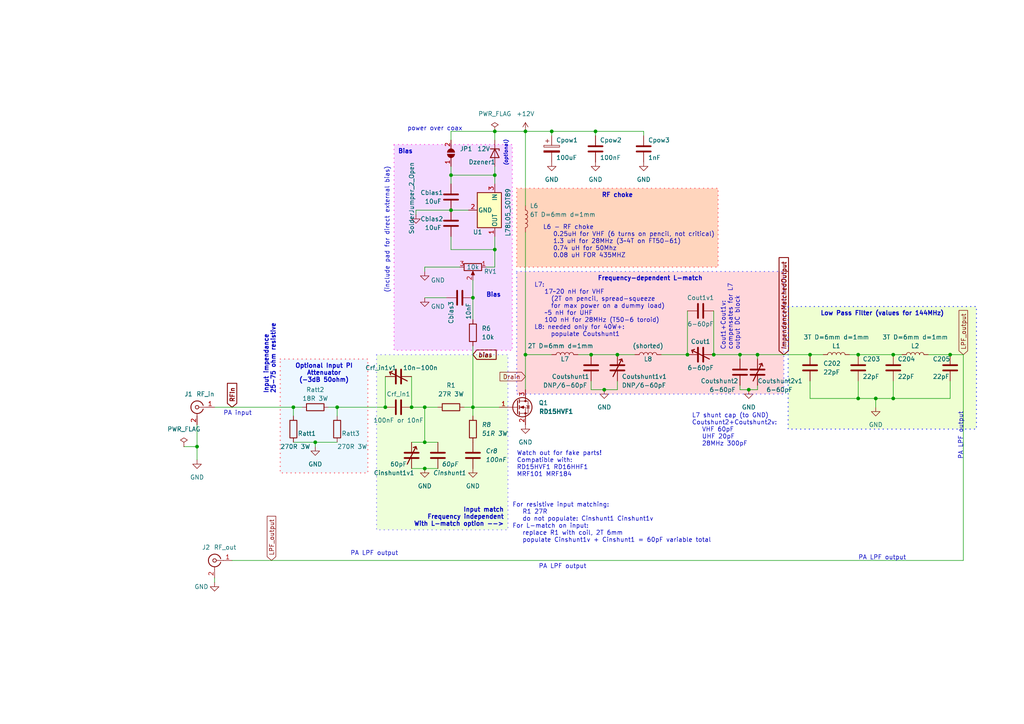
<source format=kicad_sch>
(kicad_sch (version 20230121) (generator eeschema)
  (paper "A4")
  (title_block (title "MINIMAL Universal HamBrewers amplifier PCB") (date "2023-09-23") (rev "2") (company "Join https://t.me/hambrewers               no warranty, (C) not for commercial purposes") (comment 1 "Simulation support: VU3CER") (comment 2 "Design guidance: VU3SXT") (comment 3 "PCB project and layout by SO2A (Rafał Rozestwiński)") (comment 4 "https://github.com/rafal-rozestwinski/so2a_rd15pa"))
  (lib_symbols
    (symbol "Connector:Conn_Coaxial" (pin_names (offset 1.016) hide)
      (property "Reference" "J" (at 0.254 3.048 0))
      (property "Value" "Conn_Coaxial" (at 2.921 0 90))
      (symbol "Conn_Coaxial_0_1"
        (arc (start -1.778 -0.508) (mid 0.2311 -1.8066) (end 1.778 0) (stroke (width 0.254)))
        (polyline (pts (xy -2.54 0) (xy -0.508 0)))
        (polyline (pts (xy 0 -2.54) (xy 0 -1.778)))
        (circle (center 0 0) (radius 0.508) (stroke (width 0.2032)))
        (arc (start 1.778 0) (mid 0.2099 1.8101) (end -1.778 0.508) (stroke (width 0.254)))
      )
      (symbol "Conn_Coaxial_1_1"
        (pin passive line (at -5.08 0 0) (length 2.54) (name "In") (number "1"))
        (pin passive line (at 0 -5.08 90) (length 2.54) (name "Ext") (number "2"))
      )
    )
    (symbol "Device:C" (pin_numbers hide) (pin_names (offset 0.254))
      (property "Reference" "C" (at 0.635 2.54 0))
      (property "Value" "C" (at 0.635 -2.54 0))
      (symbol "C_0_1"
        (polyline (pts (xy -2.032 -0.762) (xy 2.032 -0.762)) (stroke (width 0.508)))
        (polyline (pts (xy -2.032 0.762) (xy 2.032 0.762)) (stroke (width 0.508)))
      )
      (symbol "C_1_1"
        (pin passive line (at 0 3.81 270) (length 2.794) (name "~") (number "1"))
        (pin passive line (at 0 -3.81 90) (length 2.794) (name "~") (number "2"))
      )
    )
    (symbol "Device:C_Polarized" (pin_numbers hide) (pin_names (offset 0.254))
      (property "Reference" "C" (at 0.635 2.54 0))
      (property "Value" "C_Polarized" (at 0.635 -2.54 0))
      (symbol "C_Polarized_0_1"
        (rectangle (start -2.286 0.508) (end 2.286 1.016))
        (polyline (pts (xy -1.778 2.286) (xy -0.762 2.286)))
        (polyline (pts (xy -1.27 2.794) (xy -1.27 1.778)))
        (rectangle (start 2.286 -0.508) (end -2.286 -1.016) (fill (type outline)))
      )
      (symbol "C_Polarized_1_1"
        (pin passive line (at 0 3.81 270) (length 2.794) (name "~") (number "1"))
        (pin passive line (at 0 -3.81 90) (length 2.794) (name "~") (number "2"))
      )
    )
    (symbol "Device:C_Variable" (pin_numbers hide) (pin_names (offset 0.254) hide)
      (property "Reference" "C" (at 0.635 -1.905 0))
      (property "Value" "C_Variable" (at 0.635 -3.81 0))
      (symbol "C_Variable_0_1"
        (polyline (pts (xy -2.032 -0.762) (xy 2.032 -0.762)) (stroke (width 0.508)))
        (polyline (pts (xy -2.032 0.762) (xy 2.032 0.762)) (stroke (width 0.508)))
        (polyline (pts (xy 1.27 2.54) (xy -1.27 -2.54)) (stroke (width 0.3048)))
        (polyline (pts (xy 1.27 2.54) (xy 0.508 2.286)) (stroke (width 0.3048)))
        (polyline (pts (xy 1.27 2.54) (xy 1.524 1.778)) (stroke (width 0.3048)))
      )
      (symbol "C_Variable_1_1"
        (pin passive line (at 0 3.81 270) (length 3.048) (name "~") (number "1"))
        (pin passive line (at 0 -3.81 90) (length 3.048) (name "~") (number "2"))
      )
    )
    (symbol "Device:D_Zener" (pin_numbers hide) (pin_names (offset 1.016) hide)
      (property "Reference" "D" (at 0 2.54 0))
      (property "Value" "D_Zener" (at 0 -2.54 0))
      (symbol "D_Zener_0_1"
        (polyline (pts (xy 1.27 0) (xy -1.27 0)))
        (polyline (pts (xy -1.27 -1.27) (xy -1.27 1.27) (xy -0.762 1.27)) (stroke (width 0.254)))
        (polyline (pts (xy 1.27 -1.27) (xy 1.27 1.27) (xy -1.27 0) (xy 1.27 -1.27)) (stroke (width 0.254)))
      )
      (symbol "D_Zener_1_1"
        (pin passive line (at -3.81 0 0) (length 2.54) (name "K") (number "1"))
        (pin passive line (at 3.81 0 180) (length 2.54) (name "A") (number "2"))
      )
    )
    (symbol "Device:L" (pin_numbers hide) (pin_names (offset 1.016) hide)
      (property "Reference" "L" (at -1.27 0 90))
      (property "Value" "L" (at 1.905 0 90))
      (symbol "L_0_1"
        (arc (start 0 -2.54) (mid 0.6323 -1.905) (end 0 -1.27))
        (arc (start 0 -1.27) (mid 0.6323 -0.635) (end 0 0))
        (arc (start 0 0) (mid 0.6323 0.635) (end 0 1.27))
        (arc (start 0 1.27) (mid 0.6323 1.905) (end 0 2.54))
      )
      (symbol "L_1_1"
        (pin passive line (at 0 3.81 270) (length 1.27) (name "1") (number "1"))
        (pin passive line (at 0 -3.81 90) (length 1.27) (name "2") (number "2"))
      )
    )
    (symbol "Device:R" (pin_numbers hide) (pin_names (offset 0))
      (property "Reference" "R" (at 2.032 0 90))
      (property "Value" "R" (at 0 0 90))
      (symbol "R_0_1"
        (rectangle (start -1.016 -2.54) (end 1.016 2.54) (stroke (width 0.254)))
      )
      (symbol "R_1_1"
        (pin passive line (at 0 3.81 270) (length 1.27) (name "~") (number "1"))
        (pin passive line (at 0 -3.81 90) (length 1.27) (name "~") (number "2"))
      )
    )
    (symbol "Device:R_Potentiometer" (pin_names (offset 1.016) hide)
      (property "Reference" "RV" (at -4.445 0 90))
      (property "Value" "R_Potentiometer" (at -2.54 0 90))
      (symbol "R_Potentiometer_0_1"
        (polyline (pts (xy 2.54 0) (xy 1.524 0)))
        (polyline (pts (xy 1.143 0) (xy 2.286 0.508) (xy 2.286 -0.508) (xy 1.143 0)) (fill (type outline)))
        (rectangle (start 1.016 2.54) (end -1.016 -2.54) (stroke (width 0.254)))
      )
      (symbol "R_Potentiometer_1_1"
        (pin passive line (at 0 3.81 270) (length 1.27) (name "1") (number "1"))
        (pin passive line (at 3.81 0 180) (length 1.27) (name "2") (number "2"))
        (pin passive line (at 0 -3.81 90) (length 1.27) (name "3") (number "3"))
      )
    )
    (symbol "Jumper:SolderJumper_2_Open" (pin_names (offset 0) hide)
      (property "Reference" "JP" (at 0 2.032 0))
      (property "Value" "SolderJumper_2_Open" (at 0 -2.54 0))
      (symbol "SolderJumper_2_Open_0_1"
        (arc (start -0.254 1.016) (mid -1.2656 0) (end -0.254 -1.016))
        (arc (start -0.254 1.016) (mid -1.2656 0) (end -0.254 -1.016) (fill (type outline)))
        (polyline (pts (xy -0.254 1.016) (xy -0.254 -1.016)))
        (polyline (pts (xy 0.254 1.016) (xy 0.254 -1.016)))
        (arc (start 0.254 -1.016) (mid 1.2656 0) (end 0.254 1.016))
        (arc (start 0.254 -1.016) (mid 1.2656 0) (end 0.254 1.016) (fill (type outline)))
      )
      (symbol "SolderJumper_2_Open_1_1"
        (pin passive line (at -3.81 0 0) (length 2.54) (name "A") (number "1"))
        (pin passive line (at 3.81 0 180) (length 2.54) (name "B") (number "2"))
      )
    )
    (symbol "Regulator_Linear:L78L05_SOT89" (pin_names (offset 0.254))
      (property "Reference" "U" (at -3.81 3.175 0))
      (property "Value" "L78L05_SOT89" (at -0.635 3.175 0))
      (symbol "L78L05_SOT89_0_1"
        (rectangle (start -5.08 1.905) (end 5.08 -5.08) (stroke (width 0.254)) (fill (type background)))
      )
      (symbol "L78L05_SOT89_1_1"
        (pin power_out line (at 7.62 0 180) (length 2.54) (name "OUT") (number "1"))
        (pin power_in line (at 0 -7.62 90) (length 2.54) (name "GND") (number "2"))
        (pin power_in line (at -7.62 0 0) (length 2.54) (name "IN") (number "3"))
      )
    )
    (symbol "Transistor_FET:IRLML0030" (pin_names hide)
      (property "Reference" "Q" (at 5.08 1.905 0))
      (property "Value" "IRLML0030" (at 5.08 0 0))
      (symbol "IRLML0030_0_1"
        (polyline (pts (xy 0.254 0) (xy -2.54 0)))
        (polyline (pts (xy 0.254 1.905) (xy 0.254 -1.905)) (stroke (width 0.254)))
        (polyline (pts (xy 0.762 -1.27) (xy 0.762 -2.286)) (stroke (width 0.254)))
        (polyline (pts (xy 0.762 0.508) (xy 0.762 -0.508)) (stroke (width 0.254)))
        (polyline (pts (xy 0.762 2.286) (xy 0.762 1.27)) (stroke (width 0.254)))
        (polyline (pts (xy 2.54 2.54) (xy 2.54 1.778)))
        (polyline (pts (xy 2.54 -2.54) (xy 2.54 0) (xy 0.762 0)))
        (polyline (pts (xy 0.762 -1.778) (xy 3.302 -1.778) (xy 3.302 1.778) (xy 0.762 1.778)))
        (polyline (pts (xy 1.016 0) (xy 2.032 0.381) (xy 2.032 -0.381) (xy 1.016 0)) (fill (type outline)))
        (polyline (pts (xy 2.794 0.508) (xy 2.921 0.381) (xy 3.683 0.381) (xy 3.81 0.254)))
        (polyline (pts (xy 3.302 0.381) (xy 2.921 -0.254) (xy 3.683 -0.254) (xy 3.302 0.381)))
        (circle (center 1.651 0) (radius 2.794) (stroke (width 0.254)))
        (circle (center 2.54 -1.778) (radius 0.254) (fill (type outline)))
        (circle (center 2.54 1.778) (radius 0.254) (fill (type outline)))
      )
      (symbol "IRLML0030_1_1"
        (pin input line (at -5.08 0 0) (length 2.54) (name "G") (number "1"))
        (pin passive line (at 2.54 -5.08 90) (length 2.54) (name "S") (number "2"))
        (pin passive line (at 2.54 5.08 270) (length 2.54) (name "D") (number "3"))
      )
    )
    (symbol "power:+12V" (power) (pin_names (offset 0))
      (property "Value" "+12V" (at 0 3.556 0))
      (symbol "+12V_0_1"
        (polyline (pts (xy -0.762 1.27) (xy 0 2.54)))
        (polyline (pts (xy 0 0) (xy 0 2.54)))
        (polyline (pts (xy 0 2.54) (xy 0.762 1.27)))
      )
      (symbol "+12V_1_1"
        (pin power_in line (at 0 0 90) (length 0) hide (name "+12V") (number "1"))
      )
    )
    (symbol "power:GND" (power) (pin_names (offset 0))
      (property "Value" "GND" (at 0 -3.81 0))
      (symbol "GND_0_1"
        (polyline (pts (xy 0 0) (xy 0 -1.27) (xy 1.27 -1.27) (xy 0 -2.54) (xy -1.27 -1.27) (xy 0 -1.27)))
      )
      (symbol "GND_1_1"
        (pin power_in line (at 0 0 270) (length 0) hide (name "GND") (number "1"))
      )
    )
    (symbol "power:PWR_FLAG" (power) (pin_numbers hide) (pin_names (offset 0) hide)
      (property "Value" "PWR_FLAG" (at 0 3.81 0))
      (symbol "PWR_FLAG_0_0"
        (pin power_out line (at 0 0 90) (length 0) (name "pwr") (number "1"))
      )
      (symbol "PWR_FLAG_0_1"
        (polyline (pts (xy 0 0) (xy 0 1.27) (xy -1.016 1.905) (xy 0 2.54) (xy 1.016 1.905) (xy 0 1.27)))
      )
    )
  )
  (junction (at 172.72 38.1))
  (junction (at 217.17 113.03))
  (junction (at 119.38 118.11))
  (junction (at 97.79 118.11))
  (junction (at 207.01 102.87))
  (junction (at 57.15 129.54))
  (junction (at 259.08 102.87))
  (junction (at 219.71 102.87))
  (junction (at 199.39 102.87))
  (junction (at 137.16 118.11))
  (junction (at 248.92 115.57))
  (junction (at 111.76 118.11))
  (junction (at 143.51 50.8))
  (junction (at 130.81 60.96))
  (junction (at 171.45 102.87))
  (junction (at 259.08 115.57))
  (junction (at 85.09 118.11))
  (junction (at 123.19 135.89))
  (junction (at 123.19 118.11))
  (junction (at 143.51 38.1))
  (junction (at 175.26 113.03))
  (junction (at 123.19 128.27))
  (junction (at 91.44 128.27))
  (junction (at 152.4 102.87))
  (junction (at 275.59 102.87))
  (junction (at 152.4 38.1))
  (junction (at 254 115.57))
  (junction (at 214.63 102.87))
  (junction (at 160.02 38.1))
  (junction (at 137.16 86.36))
  (junction (at 179.07 102.87))
  (junction (at 234.95 102.87))
  (junction (at 248.92 102.87))
  (junction (at 143.51 72.39))
  (junction (at 130.81 50.8))
  (wire (pts (xy 119.38 128.27) (xy 123.19 128.27)))
  (wire (pts (xy 207.01 90.17) (xy 207.01 102.87)))
  (wire (pts (xy 85.09 128.27) (xy 91.44 128.27)))
  (wire (pts (xy 57.15 123.19) (xy 57.15 129.54)))
  (wire (pts (xy 130.81 50.8) (xy 130.81 53.34)))
  (wire (pts (xy 152.4 38.1) (xy 160.02 38.1)))
  (wire (pts (xy 254 115.57) (xy 259.08 115.57)))
  (wire (pts (xy 67.31 162.56) (xy 279.4 162.56)))
  (wire (pts (xy 143.51 72.39) (xy 143.51 77.47)))
  (wire (pts (xy 186.69 38.1) (xy 186.69 39.37)))
  (wire (pts (xy 123.19 118.11) (xy 123.19 128.27)))
  (wire (pts (xy 167.64 102.87) (xy 171.45 102.87)))
  (wire (pts (xy 171.45 113.03) (xy 171.45 110.49)))
  (wire (pts (xy 207.01 102.87) (xy 214.63 102.87)))
  (wire (pts (xy 130.81 72.39) (xy 143.51 72.39)))
  (wire (pts (xy 95.25 118.11) (xy 97.79 118.11)))
  (wire (pts (xy 254 118.11) (xy 254 115.57)))
  (wire (pts (xy 152.4 102.87) (xy 152.4 113.03)))
  (wire (pts (xy 152.4 67.31) (xy 152.4 102.87)))
  (wire (pts (xy 123.19 86.36) (xy 129.54 86.36)))
  (wire (pts (xy 219.71 111.76) (xy 219.71 113.03)))
  (wire (pts (xy 120.65 60.96) (xy 120.65 62.23)))
  (wire (pts (xy 111.76 109.22) (xy 111.76 118.11)))
  (wire (pts (xy 85.09 120.65) (xy 85.09 118.11)))
  (wire (pts (xy 275.59 115.57) (xy 275.59 110.49)))
  (wire (pts (xy 199.39 90.17) (xy 199.39 102.87)))
  (wire (pts (xy 137.16 100.33) (xy 137.16 118.11)))
  (wire (pts (xy 119.38 109.22) (xy 119.38 118.11)))
  (wire (pts (xy 152.4 102.87) (xy 160.02 102.87)))
  (wire (pts (xy 234.95 115.57) (xy 234.95 110.49)))
  (wire (pts (xy 143.51 50.8) (xy 143.51 53.34)))
  (wire (pts (xy 123.19 118.11) (xy 127 118.11)))
  (wire (pts (xy 85.09 118.11) (xy 87.63 118.11)))
  (wire (pts (xy 248.92 102.87) (xy 259.08 102.87)))
  (wire (pts (xy 137.16 118.11) (xy 144.78 118.11)))
  (wire (pts (xy 123.19 78.74) (xy 123.19 77.47)))
  (wire (pts (xy 143.51 38.1) (xy 143.51 40.64)))
  (wire (pts (xy 62.23 168.91) (xy 62.23 167.64)))
  (wire (pts (xy 160.02 38.1) (xy 172.72 38.1)))
  (wire (pts (xy 175.26 113.03) (xy 179.07 113.03)))
  (wire (pts (xy 152.4 38.1) (xy 143.51 38.1)))
  (wire (pts (xy 130.81 48.26) (xy 130.81 50.8)))
  (wire (pts (xy 259.08 115.57) (xy 259.08 110.49)))
  (wire (pts (xy 214.63 111.76) (xy 214.63 113.03)))
  (wire (pts (xy 91.44 128.27) (xy 91.44 129.54)))
  (wire (pts (xy 160.02 38.1) (xy 160.02 39.37)))
  (wire (pts (xy 152.4 38.1) (xy 152.4 59.69)))
  (wire (pts (xy 217.17 113.03) (xy 219.71 113.03)))
  (wire (pts (xy 62.23 118.11) (xy 85.09 118.11)))
  (wire (pts (xy 179.07 102.87) (xy 184.15 102.87)))
  (wire (pts (xy 191.77 102.87) (xy 199.39 102.87)))
  (wire (pts (xy 172.72 38.1) (xy 172.72 39.37)))
  (wire (pts (xy 171.45 102.87) (xy 179.07 102.87)))
  (wire (pts (xy 127 135.89) (xy 123.19 135.89)))
  (wire (pts (xy 259.08 115.57) (xy 275.59 115.57)))
  (wire (pts (xy 53.34 129.54) (xy 57.15 129.54)))
  (wire (pts (xy 246.38 102.87) (xy 248.92 102.87)))
  (wire (pts (xy 269.24 102.87) (xy 275.59 102.87)))
  (wire (pts (xy 219.71 102.87) (xy 234.95 102.87)))
  (wire (pts (xy 135.89 60.96) (xy 130.81 60.96)))
  (wire (pts (xy 130.81 60.96) (xy 120.65 60.96)))
  (wire (pts (xy 259.08 102.87) (xy 261.62 102.87)))
  (wire (pts (xy 130.81 50.8) (xy 143.51 50.8)))
  (wire (pts (xy 279.4 102.87) (xy 275.59 102.87)))
  (wire (pts (xy 91.44 128.27) (xy 97.79 128.27)))
  (wire (pts (xy 127 128.27) (xy 123.19 128.27)))
  (wire (pts (xy 248.92 115.57) (xy 254 115.57)))
  (wire (pts (xy 123.19 77.47) (xy 133.35 77.47)))
  (wire (pts (xy 279.4 162.56) (xy 279.4 102.87)))
  (wire (pts (xy 130.81 38.1) (xy 130.81 40.64)))
  (wire (pts (xy 137.16 86.36) (xy 137.16 92.71)))
  (wire (pts (xy 97.79 118.11) (xy 111.76 118.11)))
  (wire (pts (xy 214.63 102.87) (xy 219.71 102.87)))
  (wire (pts (xy 143.51 68.58) (xy 143.51 72.39)))
  (wire (pts (xy 172.72 38.1) (xy 186.69 38.1)))
  (wire (pts (xy 134.62 118.11) (xy 137.16 118.11)))
  (wire (pts (xy 137.16 81.28) (xy 137.16 86.36)))
  (wire (pts (xy 179.07 113.03) (xy 179.07 110.49)))
  (wire (pts (xy 214.63 102.87) (xy 214.63 104.14)))
  (wire (pts (xy 171.45 113.03) (xy 175.26 113.03)))
  (wire (pts (xy 97.79 120.65) (xy 97.79 118.11)))
  (wire (pts (xy 137.16 120.65) (xy 137.16 118.11)))
  (wire (pts (xy 248.92 115.57) (xy 248.92 110.49)))
  (wire (pts (xy 130.81 38.1) (xy 143.51 38.1)))
  (wire (pts (xy 234.95 102.87) (xy 238.76 102.87)))
  (wire (pts (xy 143.51 48.26) (xy 143.51 50.8)))
  (wire (pts (xy 119.38 118.11) (xy 123.19 118.11)))
  (wire (pts (xy 119.38 135.89) (xy 123.19 135.89)))
  (wire (pts (xy 214.63 113.03) (xy 217.17 113.03)))
  (wire (pts (xy 219.71 102.87) (xy 219.71 104.14)))
  (wire (pts (xy 57.15 133.35) (xy 57.15 129.54)))
  (wire (pts (xy 234.95 115.57) (xy 248.92 115.57)))
  (wire (pts (xy 130.81 68.58) (xy 130.81 72.39)))
  (wire (pts (xy 140.97 77.47) (xy 143.51 77.47)))
  (text_box "Frequency-dependent L-match" (at 149.86 78.74 0) (size 77.47 35.56) (stroke (width 0.3) (type dot) (color 111 106 255 0.41)) (fill (type color) (color 255 3 27 0.16)) (effects (font (size 1.27 1.27) bold) (justify top)))
  (text_box "Bias" (at 114.3 41.91 0) (size 34.29 59.69) (stroke (width 0.3) (type dot) (color 255 94 228 0.56)) (fill (type color) (color 177 0 255 0.15)) (effects (font (size 1.27 1.27) bold) (justify left top)))
  (text_box "Low Pass Filter (values for 144MHz)" (at 228.6 88.9 0) (size 54.61 35.56) (stroke (width 0.3) (type dot) (color 52 67 255 0.46)) (fill (type color) (color 167 255 0 0.18)) (effects (font (size 1.27 1.27) (thickness 0.254) bold) (justify top)))
  (text_box "Input match\nFrequency independent\nWith L-match option -->" (at 109.22 102.87 0) (size 38.1 50.8) (stroke (width 0.3) (type dot) (color 144 136 255 0.63)) (fill (type color) (color 142 255 0 0.15)) (effects (font (size 1.27 1.27) bold) (justify right bottom)))
  (text_box "Optional Input PI Attenuator\n(-3dB 50ohm)" (at 81.28 104.14 0) (size 25.4 33.02) (stroke (width 0.3) (type dot) (color 255 87 102 0.58)) (fill (type color) (color 161 214 255 0.19)) (effects (font (size 1.27 1.27) (thickness 0.254) bold) (justify top)))
  (text_box "RF choke" (at 149.86 54.61 0) (size 58.42 22.86) (stroke (width 0.3) (type dot) (color 255 93 108 0.56)) (fill (type color) (color 255 95 0 0.26)) (effects (font (size 1.27 1.27) (thickness 0.254) bold) (justify top)))
  (text "Watch out for fake parts!\nCompatible with:\nRD15HVF1 RD16HHF1\nMRF101 MRF184" (at 149.86 138.43 0) (effects (font (size 1.27 1.27)) (justify left bottom)))
  (text "Input impendance\n25-75 ohm resistive" (at 80.01 114.3 90) (effects (font (size 1.27 1.27) bold) (justify left bottom)))
  (text "Bias" (at 140.97 86.36 0) (effects (font (size 1.27 1.27) bold) (justify left bottom)))
  (text "PA LPF output" (at 156.21 165.1 0) (effects (font (size 1.27 1.27)) (justify left bottom)))
  (text "For resistive input matching:\n   R1 27R\n   do not populate: Cinshunt1 Cinshunt1v\nFor L-match on input:\n   replace R1 with coil, 2T 6mm\n   populate Cinshunt1v + Cinshunt1 = 60pF variable total" (at 148.59 157.48 0) (effects (font (size 1.27 1.27)) (justify left bottom)))
  (text "PA input" (at 64.77 120.65 0) (effects (font (size 1.27 1.27)) (justify left bottom)))
  (text "L6 - RF choke\n   0.25uH for VHF (6 turns on pencil, not critical)\n   1.3 uH for 28MHz (3~4T on FT50-61)\n   0.74 uH for 50Mhz\n   0.08 uH FOR 435MHZ\n" (at 157.48 74.93 0) (effects (font (size 1.27 1.27)) (justify left bottom)))
  (text "(include pad for direct external bias)" (at 113.03 85.09 90) (effects (font (size 1.27 1.27)) (justify left bottom)))
  (text "Cout1+Cout1v:\ncompensates for L7\noutput DC block" (at 214.63 101.6 90) (effects (font (size 1.27 1.27)) (justify left bottom)))
  (text "power over coax" (at 118.11 38.1 0) (effects (font (size 1.27 1.27)) (justify left bottom)))
  (text "L7 shunt cap (to GND)\nCoutshunt2+Coutshunt2v:\n   VHF 60pF\n   UHF 20pF\n   28MHz 300pF" (at 200.66 129.54 0) (effects (font (size 1.27 1.27)) (justify left bottom)))
  (text "(optional)" (at 147.32 48.26 90) (effects (font (size 1 1) bold italic) (justify left bottom)))
  (text "L7:\n   17~20 nH for VHF \n     (2T on pencil, spread-squeeze \n     for max power on a dummy load)\n   ~5 nH for UHF\n   100 nH for 28MHz (T50-6 toroid)\nL8: needed only for 40W+:\n	populate Coutshunt1" (at 154.94 97.79 0) (effects (font (size 1.27 1.27)) (justify left bottom)))
  (text "PA LPF output" (at 101.6 161.29 0) (effects (font (size 1.27 1.27)) (justify left bottom)))
  (text "PA LPF output" (at 279.4 133.35 90) (effects (font (size 1.27 1.27)) (justify left bottom)))
  (text "PA LPF output" (at 248.92 162.56 0) (effects (font (size 1.27 1.27)) (justify left bottom)))
  (global_label "LPF_output" (shape input) (at 279.4 102.87 90) (property "Intersheetrefs" "${INTERSHEET_REFS}" (effects hide)))
  (global_label "RFin" (shape input) (at 67.31 118.11 90) (effects (font bold)) (property "Intersheetrefs" "${INTERSHEET_REFS}" (effects hide)))
  (global_label "ImpendanceMatchedOutput" (shape input) (at 227.33 102.87 90) (effects (font bold italic)) (property "Intersheetrefs" "${INTERSHEET_REFS}" (effects hide)))
  (global_label "LPF_output" (shape input) (at 78.74 162.56 90) (property "Intersheetrefs" "${INTERSHEET_REFS}" (effects hide)))
  (global_label "bias" (shape input) (at 137.16 102.87 0) (effects (font bold italic)) (property "Intersheetrefs" "${INTERSHEET_REFS}" (effects hide)))
  (global_label "Drain" (shape input) (at 152.4 109.22 180) (property "Intersheetrefs" "${INTERSHEET_REFS}" (effects hide)))
  (symbol (lib_id "power:GND") (at 254 118.11 0) (unit 1)
    (property "Reference" "#PWR016" (effects hide))
    (property "Value" "GND" (at 254 123.19 0))
  )
  (symbol (lib_id "power:GND") (at 217.17 113.03 0) (unit 1)
    (property "Reference" "#PWR019" (effects hide))
    (property "Value" "GND" (at 217.17 118.11 0))
  )
  (symbol (lib_id "Device:C_Polarized") (at 160.02 43.18 0) (unit 1)
    (property "Reference" "Cpow1" (at 161.29 40.64 0) (effects (justify left)))
    (property "Value" "100uF" (at 161.29 45.72 0) (effects (justify left)))
    (property "Footprint" "Capacitor_SMD:C_Elec_8x10.2" (effects hide))
  )
  (symbol (lib_id "Device:L") (at 152.4 63.5 0) (unit 1)
    (property "Reference" "L6" (at 153.67 59.69 0) (effects (justify left)))
    (property "Value" "6T D=6mm d=1mm" (at 153.67 62.23 0) (effects (justify left)))
    (property "Footprint" "Inductor_SMD:L_Wuerth_HCM-1050" (effects hide))
  )
  (symbol (lib_id "power:GND") (at 137.16 135.89 0) (unit 1)
    (property "Reference" "#PWR03" (effects hide))
    (property "Value" "GND" (at 137.16 140.97 0))
  )
  (symbol (lib_id "power:GND") (at 57.15 133.35 0) (unit 1)
    (property "Reference" "#PWR012" (effects hide))
    (property "Value" "GND" (at 57.15 138.43 0))
  )
  (symbol (lib_id "power:GND") (at 120.65 62.23 0) (unit 1)
    (property "Reference" "#PWR06" (effects hide))
    (property "Value" "GND" (effects hide))
  )
  (symbol (lib_id "Device:C") (at 130.81 64.77 0) (unit 1)
    (property "Reference" "Cbias2" (at 121.92 63.5 0) (effects (justify left)))
    (property "Value" "10uF" (at 123.19 66.04 0) (effects (justify left)))
    (property "Footprint" "Capacitor_SMD:C_1206_3216Metric" (effects hide))
  )
  (symbol (lib_id "Device:C") (at 275.59 106.68 180) (unit 1)
    (property "Reference" "C205" (at 270.51 104.14 0) (effects (justify right)))
    (property "Value" "22pF" (at 270.51 109.22 0) (effects (justify right)))
    (property "Footprint" "Capacitor_SMD:C_1206_3216Metric" (effects hide))
  )
  (symbol (lib_id "power:GND") (at 160.02 46.99 0) (unit 1)
    (property "Reference" "#PWR011" (effects hide))
    (property "Value" "GND" (at 160.02 52.07 0))
  )
  (symbol (lib_id "power:GND") (at 123.19 135.89 0) (unit 1)
    (property "Reference" "#PWR01" (effects hide))
    (property "Value" "GND" (at 123.19 140.97 0))
  )
  (symbol (lib_id "Jumper:SolderJumper_2_Open") (at 130.81 44.45 90) (unit 1)
    (property "Reference" "JP1" (at 133.35 43.18 90) (effects (justify right)))
    (property "Value" "SolderJumper_2_Open" (at 119.38 46.99 0) (effects (justify right)))
    (property "Footprint" "Jumper:SolderJumper-2_P1.3mm_Open_TrianglePad1.0x1.5mm" (effects hide))
  )
  (symbol (lib_id "Connector:Conn_Coaxial") (at 62.23 162.56 0) (mirror y) (unit 1)
    (property "Reference" "J2" (at 60.96 158.75 0) (effects (justify left)))
    (property "Value" "RF_out" (at 68.58 158.75 0) (effects (justify left)))
    (property "Footprint" "custom:SMA_EDGELAUNCH_Modded" (effects hide))
    (property "Datasheet" " ~" (effects hide))
  )
  (symbol (lib_id "Device:R") (at 91.44 118.11 90) (unit 1)
    (property "Reference" "Ratt2" (at 91.44 113.03 90))
    (property "Value" "18R 3W" (at 91.44 115.57 90))
    (property "Footprint" "Resistor_SMD:R_2010_5025Metric" (effects hide))
  )
  (symbol (lib_id "power:GND") (at 91.44 129.54 0) (unit 1)
    (property "Reference" "#PWR014" (effects hide))
    (property "Value" "GND" (at 91.44 134.62 0))
  )
  (symbol (lib_id "Device:C_Variable") (at 203.2 102.87 90) (unit 1)
    (property "Reference" "Cout1" (at 203.2 99.06 90))
    (property "Value" "6-60pF" (at 203.2 106.68 90))
    (property "Footprint" "Capacitor_SMD:C_Trimmer_Murata_TZB4-B" (effects hide))
  )
  (symbol (lib_id "Device:C") (at 130.81 57.15 0) (unit 1)
    (property "Reference" "Cbias1" (at 121.92 55.88 0) (effects (justify left)))
    (property "Value" "10uF" (at 123.19 58.42 0) (effects (justify left)))
    (property "Footprint" "Capacitor_SMD:C_1206_3216Metric" (effects hide))
  )
  (symbol (lib_id "power:GND") (at 62.23 168.91 0) (unit 1)
    (property "Reference" "#PWR013" (effects hide))
    (property "Value" "GND" (at 58.42 170.18 0))
  )
  (symbol (lib_id "Device:L") (at 265.43 102.87 90) (unit 1)
    (property "Reference" "L2" (at 265.43 100.33 90))
    (property "Value" "3T D=6mm d=1mm" (at 265.43 97.79 90))
    (property "Footprint" "Inductor_SMD:L_Wuerth_HCM-1050" (effects hide))
  )
  (symbol (lib_id "power:GND") (at 186.69 46.99 0) (unit 1)
    (property "Reference" "#PWR09" (effects hide))
    (property "Value" "GND" (at 186.69 52.07 0))
  )
  (symbol (lib_id "Device:C_Variable") (at 115.57 109.22 90) (unit 1)
    (property "Reference" "Crf_in1v1" (at 110.49 106.68 90))
    (property "Value" "10n-100n" (at 121.92 106.68 90))
    (property "Footprint" "Capacitor_SMD:C_Trimmer_Murata_TZB4-B" (effects hide))
  )
  (symbol (lib_id "Device:C_Variable") (at 119.38 132.08 0) (unit 1)
    (property "Reference" "Cinshunt1v1" (at 114.3 137.16 0))
    (property "Value" "60pF" (at 115.57 134.62 0))
    (property "Footprint" "Capacitor_SMD:C_Trimmer_Murata_TZB4-B" (effects hide))
  )
  (symbol (lib_id "Device:C") (at 127 132.08 180) (unit 1)
    (property "Reference" "Cinshunt1" (at 125.73 137.16 0) (effects (font italic) (justify right)))
    (property "Value" "60pF" (at 128.27 134.62 0) (effects (font italic) (justify right)))
    (property "Footprint" "Capacitor_SMD:C_1206_3216Metric" (effects hide))
  )
  (symbol (lib_id "power:GND") (at 123.19 86.36 0) (unit 1)
    (property "Reference" "#PWR07" (effects hide))
    (property "Value" "GND" (at 127 88.9 0))
  )
  (symbol (lib_id "Device:C") (at 203.2 90.17 270) (unit 1)
    (property "Reference" "Cout1v1" (at 203.2 86.36 90))
    (property "Value" "6-60pF" (at 203.2 93.98 90))
    (property "Footprint" "Capacitor_SMD:C_1206_3216Metric" (effects hide))
  )
  (symbol (lib_id "Device:C") (at 137.16 132.08 180) (unit 1)
    (property "Reference" "Cr8" (at 140.97 130.81 0) (effects (font italic) (justify right)))
    (property "Value" "100nF" (at 140.97 133.35 0) (effects (font italic) (justify right)))
    (property "Footprint" "Capacitor_SMD:C_1206_3216Metric" (effects hide))
  )
  (symbol (lib_id "Device:R") (at 137.16 96.52 0) (unit 1)
    (property "Reference" "R6" (at 139.7 95.25 0) (effects (justify left)))
    (property "Value" "10k" (at 139.7 97.79 0) (effects (justify left)))
    (property "Footprint" "Resistor_SMD:R_0805_2012Metric" (effects hide))
  )
  (symbol (lib_id "power:+12V") (at 152.4 38.1 0) (unit 1)
    (property "Reference" "#PWR05" (effects hide))
    (property "Value" "+12V" (at 152.4 33.02 0))
  )
  (symbol (lib_id "Device:C") (at 133.35 86.36 90) (unit 1)
    (property "Reference" "Cbias3" (at 130.81 93.98 0) (effects (justify left)))
    (property "Value" "10nF" (at 135.89 92.71 0) (effects (justify left)))
    (property "Footprint" "Capacitor_SMD:C_1206_3216Metric" (effects hide))
  )
  (symbol (lib_id "Regulator_Linear:L78L05_SOT89") (at 143.51 60.96 270) (unit 1)
    (property "Reference" "U1" (at 137.16 67.31 90) (effects (justify left)))
    (property "Value" "L78L05_SOT89" (at 147.32 54.61 0) (effects (justify left)))
    (property "Footprint" "Package_TO_SOT_SMD:SOT-89-3" (effects hide))
    (property "Datasheet" "http://www.st.com/content/ccc/resource/technical/document/datasheet/15/55/e5/aa/23/5b/43/fd/CD00000446.pdf/files/CD00000446.pdf/jcr:content/translations/en.CD00000446.pdf" (effects hide))
  )
  (symbol (lib_id "Device:C") (at 234.95 106.68 180) (unit 1)
    (property "Reference" "C202" (at 238.76 105.41 0) (effects (justify right)))
    (property "Value" "22pF" (at 238.76 107.95 0) (effects (justify right)))
    (property "Footprint" "Capacitor_SMD:C_1206_3216Metric" (effects hide))
  )
  (symbol (lib_id "Device:C_Variable") (at 179.07 106.68 0) (unit 1)
    (property "Reference" "Coutshunt1v1" (at 180.34 109.22 0) (effects (justify left)))
    (property "Value" "DNP/6-60pF" (at 180.34 111.76 0) (effects (justify left)))
    (property "Footprint" "Capacitor_SMD:C_Trimmer_Murata_TZB4-B" (effects hide))
  )
  (symbol (lib_id "Device:D_Zener") (at 143.51 44.45 270) (unit 1)
    (property "Reference" "Dzener1" (at 135.89 46.99 90) (effects (justify left)))
    (property "Value" "12V" (at 138.43 43.18 90) (effects (justify left)))
    (property "Footprint" "Diode_SMD:D_SOD-123" (effects hide))
  )
  (symbol (lib_id "Device:R") (at 85.09 124.46 180) (unit 1)
    (property "Reference" "Ratt1" (at 86.36 125.73 0) (effects (justify right)))
    (property "Value" "270R 3W" (at 81.28 129.54 0) (effects (justify right)))
    (property "Footprint" "Resistor_SMD:R_2010_5025Metric" (effects hide))
  )
  (symbol (lib_id "power:GND") (at 123.19 78.74 0) (unit 1)
    (property "Reference" "#PWR02" (effects hide))
    (property "Value" "GND" (at 127 81.28 0))
  )
  (symbol (lib_id "Device:L") (at 242.57 102.87 90) (unit 1)
    (property "Reference" "L1" (at 242.57 100.33 90))
    (property "Value" "3T D=6mm d=1mm" (at 242.57 97.79 90))
    (property "Footprint" "Inductor_SMD:L_Wuerth_HCM-1050" (effects hide))
  )
  (symbol (lib_id "Device:C") (at 186.69 43.18 0) (unit 1)
    (property "Reference" "Cpow3" (at 187.96 40.64 0) (effects (justify left)))
    (property "Value" "1nF" (at 187.96 45.72 0) (effects (justify left)))
    (property "Footprint" "Capacitor_SMD:C_1206_3216Metric" (effects hide))
  )
  (symbol (lib_id "Connector:Conn_Coaxial") (at 57.15 118.11 0) (mirror y) (unit 1)
    (property "Reference" "J1" (at 55.88 114.3 0) (effects (justify left)))
    (property "Value" "RF_in" (at 62.23 114.3 0) (effects (justify left)))
    (property "Footprint" "custom:SMA_EDGELAUNCH_Modded" (effects hide))
    (property "Datasheet" " ~" (effects hide))
  )
  (symbol (lib_id "Device:C") (at 214.63 107.95 180) (unit 1)
    (property "Reference" "Coutshunt2" (at 203.2 110.49 0) (effects (justify right)))
    (property "Value" "6-60pF" (at 205.74 113.03 0) (effects (justify right)))
    (property "Footprint" "Capacitor_SMD:C_1206_3216Metric" (effects hide))
  )
  (symbol (lib_id "Transistor_FET:IRLML0030") (at 149.86 118.11 0) (unit 1)
    (property "Reference" "Q1" (at 156.21 116.84 0) (effects (justify left)))
    (property "Value" "RD15HVF1" (at 156.21 119.38 0) (effects (font bold) (justify left)))
    (property "Footprint" "custom:SO2A_TO-220F-3_Vertical_SMD" (effects hide))
    (property "Datasheet" "https://www.infineon.com/dgdl/irlml0030pbf.pdf?fileId=5546d462533600a401535664773825df" (effects hide))
  )
  (symbol (lib_id "power:GND") (at 152.4 123.19 0) (unit 1)
    (property "Reference" "#PWR04" (effects hide))
    (property "Value" "GND" (at 152.4 128.27 0))
  )
  (symbol (lib_id "Device:R") (at 97.79 124.46 180) (unit 1)
    (property "Reference" "Ratt3" (at 99.06 125.73 0) (effects (justify right)))
    (property "Value" "270R 3W" (at 97.79 129.54 0) (effects (justify right)))
    (property "Footprint" "Resistor_SMD:R_2010_5025Metric" (effects hide))
  )
  (symbol (lib_id "power:PWR_FLAG") (at 53.34 129.54 0) (unit 1)
    (property "Reference" "#FLG02" (effects hide))
    (property "Value" "PWR_FLAG" (at 53.34 124.46 0))
  )
  (symbol (lib_id "Device:R") (at 130.81 118.11 90) (unit 1)
    (property "Reference" "R1" (at 130.81 111.76 90))
    (property "Value" "27R 3W" (at 130.81 114.3 90))
    (property "Footprint" "Resistor_SMD:R_2010_5025Metric" (effects hide))
  )
  (symbol (lib_id "Device:C") (at 259.08 106.68 180) (unit 1)
    (property "Reference" "C204" (at 260.35 104.14 0) (effects (justify right)))
    (property "Value" "22pF" (at 260.35 109.22 0) (effects (justify right)))
    (property "Footprint" "Capacitor_SMD:C_1206_3216Metric" (effects hide))
  )
  (symbol (lib_id "Device:C") (at 115.57 118.11 90) (unit 1)
    (property "Reference" "Crf_in1" (at 115.57 114.3 90))
    (property "Value" "100nF or 10nF" (at 115.57 121.92 90))
    (property "Footprint" "Capacitor_SMD:C_1206_3216Metric" (effects hide))
  )
  (symbol (lib_id "Device:C") (at 171.45 106.68 180) (unit 1)
    (property "Reference" "Coutshunt1" (at 160.02 109.22 0) (effects (justify right)))
    (property "Value" "DNP/6-60pF" (at 157.48 111.76 0) (effects (justify right)))
    (property "Footprint" "Capacitor_SMD:C_1206_3216Metric" (effects hide))
  )
  (symbol (lib_id "Device:L") (at 187.96 102.87 90) (unit 1)
    (property "Reference" "L8" (at 187.96 104.14 90))
    (property "Value" "(shorted)" (at 187.96 100.33 90))
    (property "Footprint" "Inductor_SMD:L_Wuerth_HCM-1050" (effects hide))
  )
  (symbol (lib_id "power:GND") (at 172.72 46.99 0) (unit 1)
    (property "Reference" "#PWR010" (effects hide))
    (property "Value" "GND" (at 172.72 52.07 0))
  )
  (symbol (lib_id "Device:C_Variable") (at 219.71 107.95 0) (unit 1)
    (property "Reference" "Coutshunt2v1" (at 219.71 110.49 0) (effects (justify left)))
    (property "Value" "6-60pF" (at 222.25 113.03 0) (effects (justify left)))
    (property "Footprint" "Capacitor_SMD:C_Trimmer_Murata_TZB4-B" (effects hide))
  )
  (symbol (lib_id "Device:C") (at 248.92 106.68 180) (unit 1)
    (property "Reference" "C203" (at 250.19 104.14 0) (effects (justify right)))
    (property "Value" "22pF" (at 250.19 109.22 0) (effects (justify right)))
    (property "Footprint" "Capacitor_SMD:C_1206_3216Metric" (effects hide))
  )
  (symbol (lib_id "power:PWR_FLAG") (at 143.51 38.1 0) (unit 1)
    (property "Reference" "#FLG01" (effects hide))
    (property "Value" "PWR_FLAG" (at 143.51 33.02 0))
  )
  (symbol (lib_id "Device:R_Potentiometer") (at 137.16 77.47 270) (unit 1)
    (property "Reference" "RV1" (at 142.24 78.74 90))
    (property "Value" "10k" (at 137.16 77.47 90))
    (property "Footprint" "Potentiometer_SMD:Potentiometer_Vishay_TS53YL_Vertical" (effects hide))
  )
  (symbol (lib_id "Device:R") (at 137.16 124.46 0) (unit 1)
    (property "Reference" "R8" (at 139.7 123.19 0) (effects (font italic) (justify left)))
    (property "Value" "51R 3W" (at 139.7 125.73 0) (effects (font italic) (justify left)))
    (property "Footprint" "Resistor_SMD:R_2010_5025Metric" (effects hide))
  )
  (symbol (lib_id "Device:C") (at 172.72 43.18 0) (unit 1)
    (property "Reference" "Cpow2" (at 173.99 40.64 0) (effects (justify left)))
    (property "Value" "100nF" (at 173.99 45.72 0) (effects (justify left)))
    (property "Footprint" "Capacitor_SMD:C_1206_3216Metric" (effects hide))
  )
  (symbol (lib_id "Device:L") (at 163.83 102.87 90) (unit 1)
    (property "Reference" "L7" (at 163.83 104.14 90))
    (property "Value" "2T D=6mm d=1mm" (at 162.56 100.33 90))
    (property "Footprint" "Inductor_SMD:L_Wuerth_HCM-1050" (effects hide))
  )
  (symbol (lib_id "power:GND") (at 175.26 113.03 0) (unit 1)
    (property "Reference" "#PWR017" (effects hide))
    (property "Value" "GND" (at 175.26 118.11 0))
  )
)
</source>
